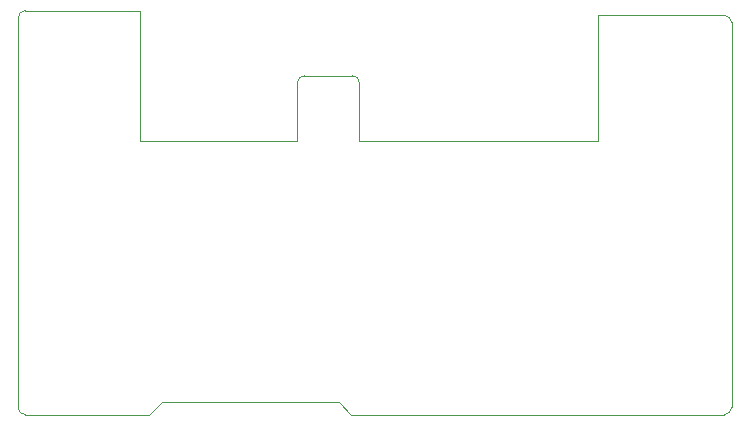
<source format=gbr>
G04 #@! TF.GenerationSoftware,KiCad,Pcbnew,5.1.2*
G04 #@! TF.CreationDate,2019-05-10T12:40:58-05:00*
G04 #@! TF.ProjectId,BreadboardPwr,42726561-6462-46f6-9172-645077722e6b,rev?*
G04 #@! TF.SameCoordinates,Original*
G04 #@! TF.FileFunction,Profile,NP*
%FSLAX46Y46*%
G04 Gerber Fmt 4.6, Leading zero omitted, Abs format (unit mm)*
G04 Created by KiCad (PCBNEW 5.1.2) date 2019-05-10 12:40:58*
%MOMM*%
%LPD*%
G04 APERTURE LIST*
%ADD10C,0.050000*%
G04 APERTURE END LIST*
D10*
X127250000Y-102400000D02*
G75*
G02X127850000Y-101800000I600000J0D01*
G01*
X131900000Y-101800000D02*
G75*
G02X132500000Y-102400000I0J-600000D01*
G01*
X152700000Y-107300000D02*
X152700000Y-104900000D01*
X132500000Y-107300000D02*
X152700000Y-107300000D01*
X132500000Y-104900000D02*
X132500000Y-107300000D01*
X131800000Y-130500000D02*
X163400000Y-130500000D01*
X114700000Y-130500000D02*
X104200000Y-130500000D01*
X115800000Y-129400000D02*
X114700000Y-130500000D01*
X130800000Y-129400000D02*
X115800000Y-129400000D01*
X131800000Y-130500000D02*
X130800000Y-129400000D01*
X163400000Y-96700000D02*
G75*
G02X164000000Y-97300000I0J-600000D01*
G01*
X103600000Y-96900000D02*
G75*
G02X104200000Y-96300000I600000J0D01*
G01*
X104200000Y-130500000D02*
G75*
G02X103600000Y-129900000I0J600000D01*
G01*
X164000000Y-129900000D02*
G75*
G02X163400000Y-130500000I-600000J0D01*
G01*
X164000000Y-97300000D02*
X164000000Y-129900000D01*
X152700000Y-96700000D02*
X163400000Y-96700000D01*
X152700000Y-104900000D02*
X152700000Y-96700000D01*
X132500000Y-102400000D02*
X132500000Y-104900000D01*
X127800000Y-101800000D02*
X131900000Y-101800000D01*
X127250000Y-107300000D02*
X127250000Y-102400000D01*
X113900000Y-107300000D02*
X127250000Y-107300000D01*
X113900000Y-96300000D02*
X113900000Y-107300000D01*
X104200000Y-96300000D02*
X113900000Y-96300000D01*
X103600000Y-129900000D02*
X103600000Y-96900000D01*
M02*

</source>
